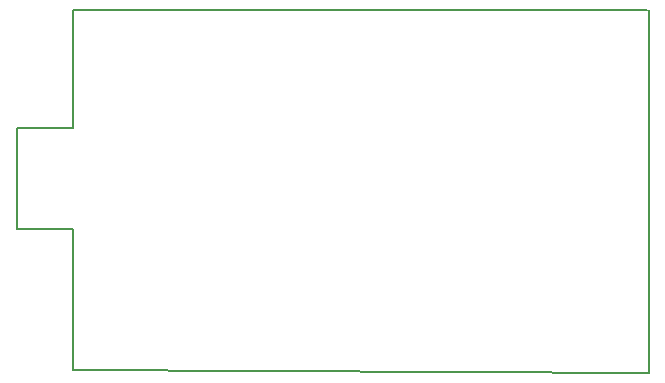
<source format=gko>
G04 Layer: BoardOutlineLayer*
G04 EasyEDA v6.5.38, 2023-12-02 23:03:57*
G04 3574156a907d4d7c87788ecda130693a,c7ad1a84f3dd4ba2a6b1e1313e4bac77,10*
G04 Gerber Generator version 0.2*
G04 Scale: 100 percent, Rotated: No, Reflected: No *
G04 Dimensions in millimeters *
G04 leading zeros omitted , absolute positions ,4 integer and 5 decimal *
%FSLAX45Y45*%
%MOMM*%

%ADD10C,0.2030*%
D10*
X3314700Y1765300D02*
G01*
X3314700Y-1308100D01*
X-1562100Y-1282700D01*
X-1562100Y-88900D01*
X-2032000Y-88900D01*
X-2032000Y762000D01*
X-1562100Y762000D01*
X-1562100Y1765300D01*
X3302000Y1765300D01*

%LPD*%
M02*

</source>
